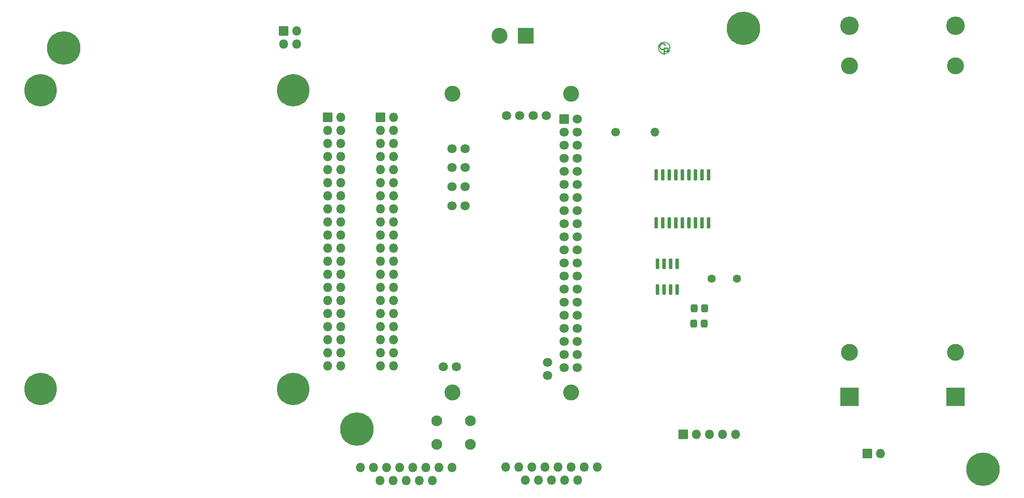
<source format=gbr>
%TF.GenerationSoftware,KiCad,Pcbnew,(7.0.0)*%
%TF.CreationDate,2023-03-30T12:23:11-04:00*%
%TF.ProjectId,headunit_pi4,68656164-756e-4697-945f-7069342e6b69,rev?*%
%TF.SameCoordinates,Original*%
%TF.FileFunction,Soldermask,Top*%
%TF.FilePolarity,Negative*%
%FSLAX46Y46*%
G04 Gerber Fmt 4.6, Leading zero omitted, Abs format (unit mm)*
G04 Created by KiCad (PCBNEW (7.0.0)) date 2023-03-30 12:23:11*
%MOMM*%
%LPD*%
G01*
G04 APERTURE LIST*
G04 Aperture macros list*
%AMRoundRect*
0 Rectangle with rounded corners*
0 $1 Rounding radius*
0 $2 $3 $4 $5 $6 $7 $8 $9 X,Y pos of 4 corners*
0 Add a 4 corners polygon primitive as box body*
4,1,4,$2,$3,$4,$5,$6,$7,$8,$9,$2,$3,0*
0 Add four circle primitives for the rounded corners*
1,1,$1+$1,$2,$3*
1,1,$1+$1,$4,$5*
1,1,$1+$1,$6,$7*
1,1,$1+$1,$8,$9*
0 Add four rect primitives between the rounded corners*
20,1,$1+$1,$2,$3,$4,$5,0*
20,1,$1+$1,$4,$5,$6,$7,0*
20,1,$1+$1,$6,$7,$8,$9,0*
20,1,$1+$1,$8,$9,$2,$3,0*%
G04 Aperture macros list end*
%ADD10C,0.010000*%
%ADD11O,1.800000X1.800000*%
%ADD12RoundRect,0.050000X0.850000X-0.850000X0.850000X0.850000X-0.850000X0.850000X-0.850000X-0.850000X0*%
%ADD13C,0.900000*%
%ADD14C,6.500000*%
%ADD15RoundRect,0.050000X1.500000X1.500000X-1.500000X1.500000X-1.500000X-1.500000X1.500000X-1.500000X0*%
%ADD16C,3.100000*%
%ADD17RoundRect,0.050000X-0.850000X-0.850000X0.850000X-0.850000X0.850000X0.850000X-0.850000X0.850000X0*%
%ADD18C,1.700000*%
%ADD19O,1.700000X1.700000*%
%ADD20C,1.600000*%
%ADD21RoundRect,0.300000X0.337500X0.475000X-0.337500X0.475000X-0.337500X-0.475000X0.337500X-0.475000X0*%
%ADD22C,6.300000*%
%ADD23C,1.800000*%
%ADD24C,3.600000*%
%ADD25RoundRect,0.050000X1.750000X-1.750000X1.750000X1.750000X-1.750000X1.750000X-1.750000X-1.750000X0*%
%ADD26C,3.300000*%
%ADD27RoundRect,0.200000X-0.150000X0.825000X-0.150000X-0.825000X0.150000X-0.825000X0.150000X0.825000X0*%
%ADD28RoundRect,0.200000X0.150000X-0.875000X0.150000X0.875000X-0.150000X0.875000X-0.150000X-0.875000X0*%
%ADD29C,2.100000*%
G04 APERTURE END LIST*
%TO.C,H5*%
G36*
X154598541Y-75416319D02*
G01*
X154697573Y-75416319D01*
X154714277Y-75606219D01*
X154765288Y-75791438D01*
X154850486Y-75967231D01*
X154969752Y-76128856D01*
X155122967Y-76271566D01*
X155176715Y-76310796D01*
X155262732Y-76361013D01*
X155365895Y-76408035D01*
X155472179Y-76446619D01*
X155567560Y-76471522D01*
X155624166Y-76478072D01*
X155692958Y-76478519D01*
X155692958Y-75991686D01*
X155692958Y-75800379D01*
X155634749Y-75815917D01*
X155512412Y-75832251D01*
X155376978Y-75824256D01*
X155248622Y-75793781D01*
X155205774Y-75776633D01*
X155085410Y-75711438D01*
X154995302Y-75636385D01*
X154923407Y-75539906D01*
X154884603Y-75468143D01*
X154828849Y-75310615D01*
X154813538Y-75150149D01*
X154838855Y-74992300D01*
X154866385Y-74917051D01*
X154927595Y-74814853D01*
X155015304Y-74715658D01*
X155117140Y-74631093D01*
X155220727Y-74572781D01*
X155240893Y-74565181D01*
X155399393Y-74531578D01*
X155557168Y-74535765D01*
X155707474Y-74575147D01*
X155843568Y-74647126D01*
X155958708Y-74749108D01*
X156044098Y-74874440D01*
X156072703Y-74931965D01*
X156091218Y-74972187D01*
X156095124Y-74983271D01*
X156077362Y-74994537D01*
X156044174Y-75005051D01*
X155990888Y-75020106D01*
X155961419Y-75030043D01*
X155929976Y-75023643D01*
X155914951Y-74996043D01*
X155882137Y-74935917D01*
X155824498Y-74866982D01*
X155754023Y-74801335D01*
X155682699Y-74751072D01*
X155661208Y-74740009D01*
X155535489Y-74704798D01*
X155404642Y-74706812D01*
X155277809Y-74743422D01*
X155164136Y-74811999D01*
X155073398Y-74909004D01*
X155038808Y-74962296D01*
X155018366Y-75008308D01*
X155008398Y-75061518D01*
X155005229Y-75136403D01*
X155005041Y-75178315D01*
X155006754Y-75268877D01*
X155014033Y-75331409D01*
X155030086Y-75380145D01*
X155058120Y-75429323D01*
X155063430Y-75437426D01*
X155153718Y-75542943D01*
X155262259Y-75611373D01*
X155393558Y-75645270D01*
X155436618Y-75649011D01*
X155518806Y-75649707D01*
X155591829Y-75643851D01*
X155633610Y-75634618D01*
X155667648Y-75616639D01*
X155685966Y-75588014D01*
X155689888Y-75564499D01*
X155904624Y-75564499D01*
X155904624Y-75991686D01*
X156079249Y-75990491D01*
X156171851Y-75986817D01*
X156257500Y-75978192D01*
X156319958Y-75966346D01*
X156327406Y-75964032D01*
X156397874Y-75920020D01*
X156441341Y-75852414D01*
X156455226Y-75772201D01*
X156436949Y-75690368D01*
X156403912Y-75638324D01*
X156378989Y-75611791D01*
X156352646Y-75594267D01*
X156315553Y-75583492D01*
X156258380Y-75577208D01*
X156171798Y-75573157D01*
X156128746Y-75571717D01*
X155904624Y-75564499D01*
X155689888Y-75564499D01*
X155694665Y-75535857D01*
X155697110Y-75500518D01*
X155703541Y-75388436D01*
X156043760Y-75390960D01*
X156197895Y-75393770D01*
X156316374Y-75400775D01*
X156405801Y-75413709D01*
X156472783Y-75434311D01*
X156523925Y-75464314D01*
X156565833Y-75505457D01*
X156587666Y-75533920D01*
X156612270Y-75575467D01*
X156626683Y-75622895D01*
X156633385Y-75688780D01*
X156634874Y-75773175D01*
X156630173Y-75883309D01*
X156612546Y-75963906D01*
X156576707Y-76027066D01*
X156517372Y-76084890D01*
X156489157Y-76106794D01*
X156458434Y-76125718D01*
X156420115Y-76138908D01*
X156365611Y-76147730D01*
X156286337Y-76153549D01*
X156173706Y-76157731D01*
X156167673Y-76157904D01*
X155904624Y-76165372D01*
X155904624Y-76483230D01*
X155983999Y-76469606D01*
X156039689Y-76453974D01*
X156118630Y-76424256D01*
X156206556Y-76385975D01*
X156235263Y-76372330D01*
X156409211Y-76265135D01*
X156558411Y-76127547D01*
X156679247Y-75965295D01*
X156768105Y-75784110D01*
X156821368Y-75589723D01*
X156835958Y-75420186D01*
X156816220Y-75222772D01*
X156759860Y-75036332D01*
X156671159Y-74864602D01*
X156554397Y-74711315D01*
X156413855Y-74580206D01*
X156253812Y-74475010D01*
X156078550Y-74399459D01*
X155892348Y-74357290D01*
X155699488Y-74352236D01*
X155622252Y-74361313D01*
X155437012Y-74403887D01*
X155276195Y-74470794D01*
X155132821Y-74562639D01*
X154976205Y-74704785D01*
X154854492Y-74865971D01*
X154767561Y-75041451D01*
X154715295Y-75226481D01*
X154697573Y-75416319D01*
X154598541Y-75416319D01*
X154611927Y-75224900D01*
X154667628Y-75020658D01*
X154763473Y-74827760D01*
X154898835Y-74648289D01*
X154941541Y-74602948D01*
X155111445Y-74458070D01*
X155297588Y-74352256D01*
X155500423Y-74285317D01*
X155720404Y-74257065D01*
X155774219Y-74256019D01*
X155986892Y-74276405D01*
X156188956Y-74335330D01*
X156375923Y-74429445D01*
X156543307Y-74555400D01*
X156686619Y-74709847D01*
X156801372Y-74889435D01*
X156880233Y-75081519D01*
X156912024Y-75231223D01*
X156924074Y-75400341D01*
X156916395Y-75571291D01*
X156889004Y-75726492D01*
X156879684Y-75758852D01*
X156793255Y-75967522D01*
X156674396Y-76149576D01*
X156524678Y-76303622D01*
X156345673Y-76428266D01*
X156138951Y-76522114D01*
X155962833Y-76572304D01*
X155920217Y-76590098D01*
X155905450Y-76627239D01*
X155904624Y-76648255D01*
X155902279Y-76685609D01*
X155887965Y-76704235D01*
X155850763Y-76710646D01*
X155798791Y-76711352D01*
X155736110Y-76709863D01*
X155704850Y-76701286D01*
X155694108Y-76679457D01*
X155692958Y-76651511D01*
X155690408Y-76619476D01*
X155676631Y-76599038D01*
X155642432Y-76584665D01*
X155578619Y-76570826D01*
X155550083Y-76565541D01*
X155346989Y-76507543D01*
X155158992Y-76413025D01*
X154990678Y-76286475D01*
X154846638Y-76132383D01*
X154731457Y-75955235D01*
X154649726Y-75759521D01*
X154623466Y-75659091D01*
X154596997Y-75438405D01*
X154598541Y-75416319D01*
G37*
D10*
X154598541Y-75416319D02*
X154697573Y-75416319D01*
X154714277Y-75606219D01*
X154765288Y-75791438D01*
X154850486Y-75967231D01*
X154969752Y-76128856D01*
X155122967Y-76271566D01*
X155176715Y-76310796D01*
X155262732Y-76361013D01*
X155365895Y-76408035D01*
X155472179Y-76446619D01*
X155567560Y-76471522D01*
X155624166Y-76478072D01*
X155692958Y-76478519D01*
X155692958Y-75991686D01*
X155692958Y-75800379D01*
X155634749Y-75815917D01*
X155512412Y-75832251D01*
X155376978Y-75824256D01*
X155248622Y-75793781D01*
X155205774Y-75776633D01*
X155085410Y-75711438D01*
X154995302Y-75636385D01*
X154923407Y-75539906D01*
X154884603Y-75468143D01*
X154828849Y-75310615D01*
X154813538Y-75150149D01*
X154838855Y-74992300D01*
X154866385Y-74917051D01*
X154927595Y-74814853D01*
X155015304Y-74715658D01*
X155117140Y-74631093D01*
X155220727Y-74572781D01*
X155240893Y-74565181D01*
X155399393Y-74531578D01*
X155557168Y-74535765D01*
X155707474Y-74575147D01*
X155843568Y-74647126D01*
X155958708Y-74749108D01*
X156044098Y-74874440D01*
X156072703Y-74931965D01*
X156091218Y-74972187D01*
X156095124Y-74983271D01*
X156077362Y-74994537D01*
X156044174Y-75005051D01*
X155990888Y-75020106D01*
X155961419Y-75030043D01*
X155929976Y-75023643D01*
X155914951Y-74996043D01*
X155882137Y-74935917D01*
X155824498Y-74866982D01*
X155754023Y-74801335D01*
X155682699Y-74751072D01*
X155661208Y-74740009D01*
X155535489Y-74704798D01*
X155404642Y-74706812D01*
X155277809Y-74743422D01*
X155164136Y-74811999D01*
X155073398Y-74909004D01*
X155038808Y-74962296D01*
X155018366Y-75008308D01*
X155008398Y-75061518D01*
X155005229Y-75136403D01*
X155005041Y-75178315D01*
X155006754Y-75268877D01*
X155014033Y-75331409D01*
X155030086Y-75380145D01*
X155058120Y-75429323D01*
X155063430Y-75437426D01*
X155153718Y-75542943D01*
X155262259Y-75611373D01*
X155393558Y-75645270D01*
X155436618Y-75649011D01*
X155518806Y-75649707D01*
X155591829Y-75643851D01*
X155633610Y-75634618D01*
X155667648Y-75616639D01*
X155685966Y-75588014D01*
X155689888Y-75564499D01*
X155904624Y-75564499D01*
X155904624Y-75991686D01*
X156079249Y-75990491D01*
X156171851Y-75986817D01*
X156257500Y-75978192D01*
X156319958Y-75966346D01*
X156327406Y-75964032D01*
X156397874Y-75920020D01*
X156441341Y-75852414D01*
X156455226Y-75772201D01*
X156436949Y-75690368D01*
X156403912Y-75638324D01*
X156378989Y-75611791D01*
X156352646Y-75594267D01*
X156315553Y-75583492D01*
X156258380Y-75577208D01*
X156171798Y-75573157D01*
X156128746Y-75571717D01*
X155904624Y-75564499D01*
X155689888Y-75564499D01*
X155694665Y-75535857D01*
X155697110Y-75500518D01*
X155703541Y-75388436D01*
X156043760Y-75390960D01*
X156197895Y-75393770D01*
X156316374Y-75400775D01*
X156405801Y-75413709D01*
X156472783Y-75434311D01*
X156523925Y-75464314D01*
X156565833Y-75505457D01*
X156587666Y-75533920D01*
X156612270Y-75575467D01*
X156626683Y-75622895D01*
X156633385Y-75688780D01*
X156634874Y-75773175D01*
X156630173Y-75883309D01*
X156612546Y-75963906D01*
X156576707Y-76027066D01*
X156517372Y-76084890D01*
X156489157Y-76106794D01*
X156458434Y-76125718D01*
X156420115Y-76138908D01*
X156365611Y-76147730D01*
X156286337Y-76153549D01*
X156173706Y-76157731D01*
X156167673Y-76157904D01*
X155904624Y-76165372D01*
X155904624Y-76483230D01*
X155983999Y-76469606D01*
X156039689Y-76453974D01*
X156118630Y-76424256D01*
X156206556Y-76385975D01*
X156235263Y-76372330D01*
X156409211Y-76265135D01*
X156558411Y-76127547D01*
X156679247Y-75965295D01*
X156768105Y-75784110D01*
X156821368Y-75589723D01*
X156835958Y-75420186D01*
X156816220Y-75222772D01*
X156759860Y-75036332D01*
X156671159Y-74864602D01*
X156554397Y-74711315D01*
X156413855Y-74580206D01*
X156253812Y-74475010D01*
X156078550Y-74399459D01*
X155892348Y-74357290D01*
X155699488Y-74352236D01*
X155622252Y-74361313D01*
X155437012Y-74403887D01*
X155276195Y-74470794D01*
X155132821Y-74562639D01*
X154976205Y-74704785D01*
X154854492Y-74865971D01*
X154767561Y-75041451D01*
X154715295Y-75226481D01*
X154697573Y-75416319D01*
X154598541Y-75416319D01*
X154611927Y-75224900D01*
X154667628Y-75020658D01*
X154763473Y-74827760D01*
X154898835Y-74648289D01*
X154941541Y-74602948D01*
X155111445Y-74458070D01*
X155297588Y-74352256D01*
X155500423Y-74285317D01*
X155720404Y-74257065D01*
X155774219Y-74256019D01*
X155986892Y-74276405D01*
X156188956Y-74335330D01*
X156375923Y-74429445D01*
X156543307Y-74555400D01*
X156686619Y-74709847D01*
X156801372Y-74889435D01*
X156880233Y-75081519D01*
X156912024Y-75231223D01*
X156924074Y-75400341D01*
X156916395Y-75571291D01*
X156889004Y-75726492D01*
X156879684Y-75758852D01*
X156793255Y-75967522D01*
X156674396Y-76149576D01*
X156524678Y-76303622D01*
X156345673Y-76428266D01*
X156138951Y-76522114D01*
X155962833Y-76572304D01*
X155920217Y-76590098D01*
X155905450Y-76627239D01*
X155904624Y-76648255D01*
X155902279Y-76685609D01*
X155887965Y-76704235D01*
X155850763Y-76710646D01*
X155798791Y-76711352D01*
X155736110Y-76709863D01*
X155704850Y-76701286D01*
X155694108Y-76679457D01*
X155692958Y-76651511D01*
X155690408Y-76619476D01*
X155676631Y-76599038D01*
X155642432Y-76584665D01*
X155578619Y-76570826D01*
X155550083Y-76565541D01*
X155346989Y-76507543D01*
X155158992Y-76413025D01*
X154990678Y-76286475D01*
X154846638Y-76132383D01*
X154731457Y-75955235D01*
X154649726Y-75759521D01*
X154623466Y-75659091D01*
X154596997Y-75438405D01*
X154598541Y-75416319D01*
%TD*%
D11*
%TO.C,J4*%
X197739999Y-154199999D03*
D12*
X195200000Y-154200000D03*
%TD*%
D13*
%TO.C,H4*%
X96200000Y-147100000D03*
X97897056Y-151197056D03*
X97897056Y-147802944D03*
X98600000Y-149500000D03*
D14*
X96200000Y-149500000D03*
D13*
X96200000Y-151900000D03*
X94502944Y-147802944D03*
X94502944Y-151197056D03*
X93800000Y-149500000D03*
%TD*%
%TO.C,H3*%
X217700000Y-154900000D03*
X219397056Y-158997056D03*
X219397056Y-155602944D03*
X220100000Y-157300000D03*
D14*
X217700000Y-157300000D03*
D13*
X217700000Y-159700000D03*
X216002944Y-155602944D03*
X216002944Y-158997056D03*
X215300000Y-157300000D03*
%TD*%
%TO.C,H2*%
X171200000Y-69300000D03*
X172897056Y-73397056D03*
X172897056Y-70002944D03*
X173600000Y-71700000D03*
D14*
X171200000Y-71700000D03*
D13*
X171200000Y-74100000D03*
X169502944Y-70002944D03*
X169502944Y-73397056D03*
X168800000Y-71700000D03*
%TD*%
%TO.C,H1*%
X39297056Y-73102944D03*
X40994112Y-77200000D03*
X40994112Y-73805888D03*
X41697056Y-75502944D03*
D14*
X39297056Y-75502944D03*
D13*
X39297056Y-77902944D03*
X37600000Y-73805888D03*
X37600000Y-77200000D03*
X36897056Y-75502944D03*
%TD*%
D12*
%TO.C,J8*%
X159500000Y-150500000D03*
D11*
X162039999Y-150499999D03*
X164579999Y-150499999D03*
X167119999Y-150499999D03*
X169659999Y-150499999D03*
%TD*%
D15*
%TO.C,J3*%
X128900000Y-73100000D03*
D16*
X123820000Y-73100000D03*
%TD*%
D17*
%TO.C,J6*%
X100750000Y-88910000D03*
D11*
X103289999Y-88909999D03*
X100749999Y-91449999D03*
X103289999Y-91449999D03*
X100749999Y-93989999D03*
X103289999Y-93989999D03*
X100749999Y-96529999D03*
X103289999Y-96529999D03*
X100749999Y-99069999D03*
X103289999Y-99069999D03*
X100749999Y-101609999D03*
X103289999Y-101609999D03*
X100749999Y-104149999D03*
X103289999Y-104149999D03*
X100749999Y-106689999D03*
X103289999Y-106689999D03*
X100749999Y-109229999D03*
X103289999Y-109229999D03*
X100749999Y-111769999D03*
X103289999Y-111769999D03*
X100749999Y-114309999D03*
X103289999Y-114309999D03*
X100749999Y-116849999D03*
X103289999Y-116849999D03*
X100749999Y-119389999D03*
X103289999Y-119389999D03*
X100749999Y-121929999D03*
X103289999Y-121929999D03*
X100749999Y-124469999D03*
X103289999Y-124469999D03*
X100749999Y-127009999D03*
X103289999Y-127009999D03*
X100749999Y-129549999D03*
X103289999Y-129549999D03*
X100749999Y-132089999D03*
X103289999Y-132089999D03*
X100749999Y-134629999D03*
X103289999Y-134629999D03*
X100749999Y-137169999D03*
X103289999Y-137169999D03*
%TD*%
D17*
%TO.C,J7*%
X90510000Y-88940000D03*
D11*
X93049999Y-88939999D03*
X90509999Y-91479999D03*
X93049999Y-91479999D03*
X90509999Y-94019999D03*
X93049999Y-94019999D03*
X90509999Y-96559999D03*
X93049999Y-96559999D03*
X90509999Y-99099999D03*
X93049999Y-99099999D03*
X90509999Y-101639999D03*
X93049999Y-101639999D03*
X90509999Y-104179999D03*
X93049999Y-104179999D03*
X90509999Y-106719999D03*
X93049999Y-106719999D03*
X90509999Y-109259999D03*
X93049999Y-109259999D03*
X90509999Y-111799999D03*
X93049999Y-111799999D03*
X90509999Y-114339999D03*
X93049999Y-114339999D03*
X90509999Y-116879999D03*
X93049999Y-116879999D03*
X90509999Y-119419999D03*
X93049999Y-119419999D03*
X90509999Y-121959999D03*
X93049999Y-121959999D03*
X90509999Y-124499999D03*
X93049999Y-124499999D03*
X90509999Y-127039999D03*
X93049999Y-127039999D03*
X90509999Y-129579999D03*
X93049999Y-129579999D03*
X90509999Y-132119999D03*
X93049999Y-132119999D03*
X90509999Y-134659999D03*
X93049999Y-134659999D03*
X90509999Y-137199999D03*
X93049999Y-137199999D03*
%TD*%
D18*
%TO.C,R1*%
X146380000Y-91800000D03*
D19*
X153999999Y-91799999D03*
%TD*%
D20*
%TO.C,Y1*%
X169930000Y-120300000D03*
X165050000Y-120300000D03*
%TD*%
D21*
%TO.C,C2*%
X163675000Y-126000000D03*
X161600000Y-126000000D03*
%TD*%
%TO.C,C1*%
X163600000Y-129000000D03*
X161525000Y-129000000D03*
%TD*%
D22*
%TO.C,U1*%
X83800000Y-83700000D03*
X83800000Y-141700000D03*
X34800000Y-141700000D03*
X34800000Y-83700000D03*
%TD*%
D11*
%TO.C,J1*%
X110789999Y-159439999D03*
X109519999Y-156899999D03*
X108249999Y-159439999D03*
X106979999Y-156899999D03*
X105709999Y-159439999D03*
X104439999Y-156899999D03*
X103169999Y-159439999D03*
X101899999Y-156899999D03*
X114599999Y-156899999D03*
X112059999Y-156899999D03*
X99359999Y-156899999D03*
X96819999Y-156899999D03*
X100629999Y-159439999D03*
%TD*%
D23*
%TO.C,U4*%
X112945000Y-137400000D03*
X115485000Y-137400000D03*
X130345000Y-88600000D03*
X132885000Y-88600000D03*
X127785000Y-88600000D03*
X125245000Y-88600000D03*
X114645000Y-98700000D03*
X117185000Y-98700000D03*
X114645000Y-95000000D03*
X117185000Y-95000000D03*
X114645000Y-102400000D03*
X117185000Y-102400000D03*
X114645000Y-106100000D03*
X117185000Y-106100000D03*
X133215000Y-136530000D03*
X133215000Y-139070000D03*
X138929000Y-137518000D03*
X136389000Y-137518000D03*
X138929000Y-134978000D03*
X136389000Y-134978000D03*
X138929000Y-132438000D03*
X136389000Y-132438000D03*
X138929000Y-129898000D03*
X136389000Y-129898000D03*
X138929000Y-127358000D03*
X136389000Y-127358000D03*
X138929000Y-124818000D03*
X136389000Y-124818000D03*
X138929000Y-122278000D03*
X136389000Y-122278000D03*
X138929000Y-119738000D03*
X136389000Y-119738000D03*
X138929000Y-117198000D03*
X136365000Y-117180000D03*
X138905000Y-114640000D03*
X136365000Y-114640000D03*
X138905000Y-112100000D03*
X136365000Y-112100000D03*
X138929000Y-109578000D03*
X136389000Y-109578000D03*
X138929000Y-107038000D03*
X136389000Y-107038000D03*
X138929000Y-104498000D03*
X136389000Y-104498000D03*
X138929000Y-101958000D03*
X136389000Y-101958000D03*
X138929000Y-99418000D03*
X136389000Y-99418000D03*
X138929000Y-96878000D03*
X136389000Y-96878000D03*
X138929000Y-94338000D03*
X136389000Y-94338000D03*
X138929000Y-91798000D03*
X136389000Y-91798000D03*
X138929000Y-89258000D03*
D17*
X136389000Y-89258000D03*
D16*
X114715000Y-142400000D03*
X137715000Y-142400000D03*
X114715000Y-84400000D03*
X137715000Y-84400000D03*
%TD*%
D24*
%TO.C,BT1*%
X212350000Y-71200000D03*
D25*
X212350000Y-143200000D03*
D26*
X212350000Y-78945000D03*
X212350000Y-134555000D03*
%TD*%
D17*
%TO.C,J5*%
X81925000Y-72175000D03*
D11*
X84464999Y-72174999D03*
X81924999Y-74714999D03*
X84464999Y-74714999D03*
%TD*%
%TO.C,J2*%
X138979999Y-159379999D03*
X137709999Y-156839999D03*
X136439999Y-159379999D03*
X135169999Y-156839999D03*
X133899999Y-159379999D03*
X132629999Y-156839999D03*
X131359999Y-159379999D03*
X130089999Y-156839999D03*
X142789999Y-156839999D03*
X140249999Y-156839999D03*
X127549999Y-156839999D03*
X125009999Y-156839999D03*
X128819999Y-159379999D03*
%TD*%
D27*
%TO.C,U2*%
X158305000Y-117425000D03*
X157035000Y-117425000D03*
X155765000Y-117425000D03*
X154495000Y-117425000D03*
X154495000Y-122375000D03*
X155765000Y-122375000D03*
X157035000Y-122375000D03*
X158305000Y-122375000D03*
%TD*%
D28*
%TO.C,U3*%
X154290000Y-109400000D03*
X155560000Y-109400000D03*
X156830000Y-109400000D03*
X158100000Y-109400000D03*
X159370000Y-109400000D03*
X160640000Y-109400000D03*
X161910000Y-109400000D03*
X163180000Y-109400000D03*
X164450000Y-109400000D03*
X164450000Y-100100000D03*
X163180000Y-100100000D03*
X161910000Y-100100000D03*
X160640000Y-100100000D03*
X159370000Y-100100000D03*
X158100000Y-100100000D03*
X156830000Y-100100000D03*
X155560000Y-100100000D03*
X154290000Y-100100000D03*
%TD*%
D29*
%TO.C,SW1*%
X111700000Y-147900000D03*
X118200000Y-147900000D03*
X111700000Y-152400000D03*
X118200000Y-152400000D03*
%TD*%
D26*
%TO.C,BT2*%
X191750000Y-134555000D03*
X191750000Y-78945000D03*
D25*
X191750000Y-143200000D03*
D24*
X191750000Y-71200000D03*
%TD*%
M02*

</source>
